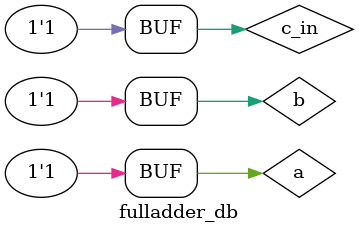
<source format=v>
`timescale 1ns / 1ps
module fulladder_db;
reg a,b,c_in;
wire sum,carry;

full_adder_bh ak(.a(a), .b(b), .c_in(c_in), .sum(sum), .carry(carry));

initial
begin
    #100 a=0;b=0;c_in=0;
    #100 a=0;b=0;c_in=1;
    #100 a=0;b=1;c_in=0;
    #100 a=0;b=1;c_in=1;
    #100 a=1;b=0;c_in=0;
    #100 a=1;b=0;c_in=1;
    #100 a=1;b=1;c_in=0;
    #100 a=1;b=1;c_in=1;
    end
endmodule
    
</source>
